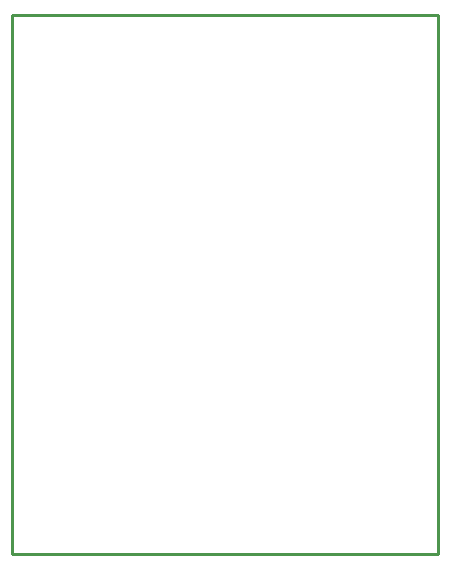
<source format=gbr>
G04 EAGLE Gerber RS-274X export*
G75*
%MOMM*%
%FSLAX34Y34*%
%LPD*%
%IN*%
%IPPOS*%
%AMOC8*
5,1,8,0,0,1.08239X$1,22.5*%
G01*
%ADD10C,0.254000*%


D10*
X0Y0D02*
X360480Y0D01*
X360480Y456440D01*
X0Y456440D01*
X0Y0D01*
M02*

</source>
